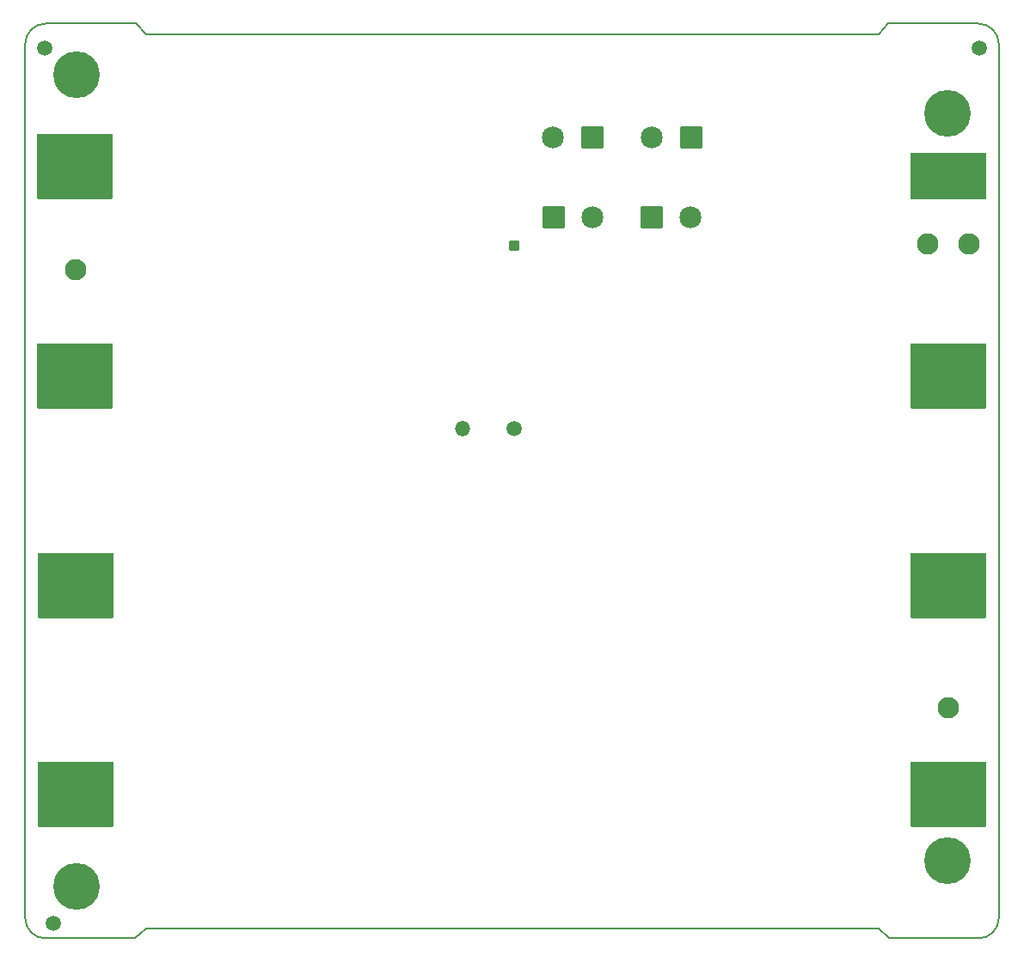
<source format=gbr>
%TF.GenerationSoftware,KiCad,Pcbnew,7.0.7*%
%TF.CreationDate,2023-10-10T18:21:33-04:00*%
%TF.ProjectId,batteryboard,62617474-6572-4796-926f-6172642e6b69,rev?*%
%TF.SameCoordinates,Original*%
%TF.FileFunction,Soldermask,Bot*%
%TF.FilePolarity,Negative*%
%FSLAX46Y46*%
G04 Gerber Fmt 4.6, Leading zero omitted, Abs format (unit mm)*
G04 Created by KiCad (PCBNEW 7.0.7) date 2023-10-10 18:21:33*
%MOMM*%
%LPD*%
G01*
G04 APERTURE LIST*
G04 Aperture macros list*
%AMRoundRect*
0 Rectangle with rounded corners*
0 $1 Rounding radius*
0 $2 $3 $4 $5 $6 $7 $8 $9 X,Y pos of 4 corners*
0 Add a 4 corners polygon primitive as box body*
4,1,4,$2,$3,$4,$5,$6,$7,$8,$9,$2,$3,0*
0 Add four circle primitives for the rounded corners*
1,1,$1+$1,$2,$3*
1,1,$1+$1,$4,$5*
1,1,$1+$1,$6,$7*
1,1,$1+$1,$8,$9*
0 Add four rect primitives between the rounded corners*
20,1,$1+$1,$2,$3,$4,$5,0*
20,1,$1+$1,$4,$5,$6,$7,0*
20,1,$1+$1,$6,$7,$8,$9,0*
20,1,$1+$1,$8,$9,$2,$3,0*%
G04 Aperture macros list end*
%ADD10C,0.102600*%
%ADD11C,2.101600*%
%ADD12RoundRect,0.063500X1.016000X1.016000X-1.016000X1.016000X-1.016000X-1.016000X1.016000X-1.016000X0*%
%ADD13C,2.159000*%
%ADD14RoundRect,0.063500X-1.016000X-1.016000X1.016000X-1.016000X1.016000X1.016000X-1.016000X1.016000X0*%
%ADD15RoundRect,0.050800X-0.425000X-0.425000X0.425000X-0.425000X0.425000X0.425000X-0.425000X0.425000X0*%
%ADD16C,1.501600*%
%ADD17O,1.501600X1.501600*%
%ADD18C,4.601600*%
%ADD19RoundRect,0.050800X-3.670000X3.175000X-3.670000X-3.175000X3.670000X-3.175000X3.670000X3.175000X0*%
%ADD20RoundRect,0.050800X3.670000X-3.175000X3.670000X3.175000X-3.670000X3.175000X-3.670000X-3.175000X0*%
%ADD21C,1.500000*%
%ADD22RoundRect,0.050800X-3.670000X2.250000X-3.670000X-2.250000X3.670000X-2.250000X3.670000X2.250000X0*%
%TA.AperFunction,Profile*%
%ADD23C,0.150000*%
%TD*%
G04 APERTURE END LIST*
D10*
X128717400Y-121844800D03*
X73517400Y-137844800D03*
X65187400Y-121844800D03*
X73542800Y-117194600D03*
X128742800Y-101194600D03*
X137072800Y-117194600D03*
D11*
X144145000Y-121285000D03*
X58166000Y-78105000D03*
X142062200Y-75565000D03*
X146177000Y-75565000D03*
D12*
X109016800Y-65024000D03*
D13*
X105161200Y-65024000D03*
D14*
X105232200Y-72898000D03*
D13*
X109087800Y-72898000D03*
D12*
X118795800Y-65024000D03*
D13*
X114940200Y-65024000D03*
D14*
X114884200Y-72898000D03*
D13*
X118739800Y-72898000D03*
D15*
X101346000Y-75692000D03*
D16*
X101346000Y-93726000D03*
D17*
X96266000Y-93726000D03*
D18*
X144005300Y-136349900D03*
X58280300Y-58889900D03*
X58280300Y-138889900D03*
X144005300Y-62689900D03*
D10*
X73517400Y-80569800D03*
X128717400Y-96569800D03*
X137047400Y-80569800D03*
D19*
X58117400Y-88569800D03*
X144117400Y-88569800D03*
D10*
X128742800Y-137844800D03*
X73542800Y-121844800D03*
X65212800Y-137844800D03*
D20*
X144142800Y-129844800D03*
X58142800Y-129844800D03*
D10*
X128742800Y-117194600D03*
X73542800Y-101194600D03*
X65212800Y-117194600D03*
D20*
X144142800Y-109194600D03*
X58142800Y-109194600D03*
D21*
X56007000Y-142494000D03*
X55118000Y-56261000D03*
X147193000Y-56261000D03*
D10*
X73517400Y-59919600D03*
X128717400Y-75919600D03*
X137047400Y-59919600D03*
D19*
X58117400Y-67919600D03*
D22*
X144117400Y-68844600D03*
D23*
X53200300Y-141979900D02*
G75*
G03*
X55200300Y-143979900I2000000J0D01*
G01*
X147085300Y-143979900D02*
G75*
G03*
X149085300Y-141979900I0J2000000D01*
G01*
X149085300Y-55809900D02*
G75*
G03*
X147085300Y-53809900I-2000000J0D01*
G01*
X53200300Y-55809900D02*
X53200300Y-141979900D01*
X55200300Y-53809900D02*
G75*
G03*
X53200300Y-55809900I0J-2000000D01*
G01*
X55200300Y-143979900D02*
X64039500Y-143979900D01*
X149085300Y-141979900D02*
X149085300Y-55809900D01*
X137210800Y-143002000D02*
X65074800Y-143002000D01*
X64039500Y-143979900D02*
X65074800Y-143002000D01*
X147085300Y-143979900D02*
X138246100Y-143979900D01*
X65074800Y-54845200D02*
X64096900Y-53809900D01*
X137210800Y-54845200D02*
X65074800Y-54845200D01*
X137210800Y-54845200D02*
X138188700Y-53809900D01*
X147085300Y-53809900D02*
X138188700Y-53809900D01*
X64096900Y-53809900D02*
X55200300Y-53809900D01*
X138246100Y-143979900D02*
X137210800Y-143002000D01*
M02*

</source>
